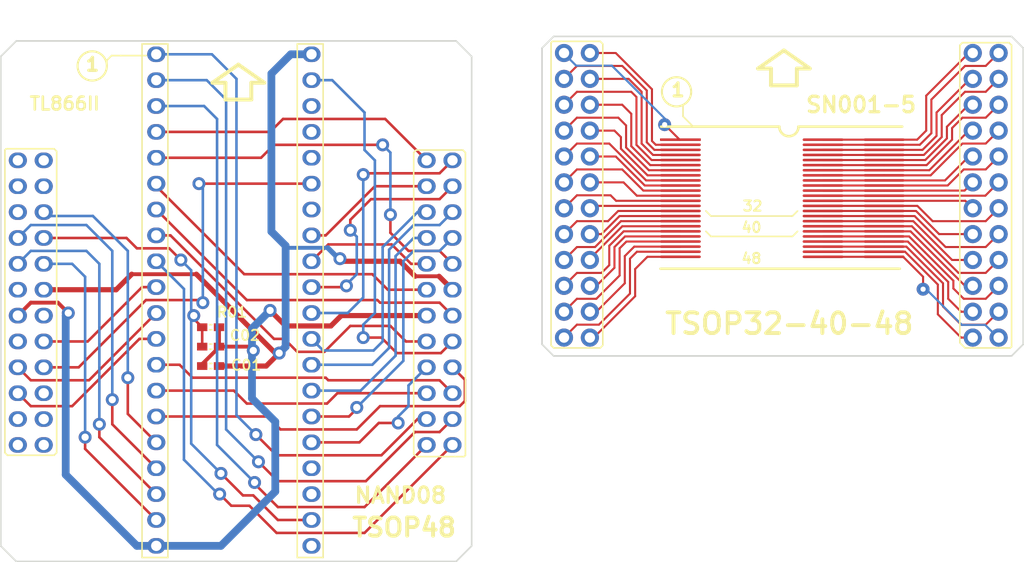
<source format=kicad_pcb>
(kicad_pcb (version 20211014) (generator pcbnew)
  (layers (0 "F.Cu" signal "Top Layer") (31 "B.Cu" signal "Bottom Layer") (34 "B.Paste" user "Bottom Paste") (35 "F.Paste" user "Top Paste") (36 "B.SilkS" user "Bottom Overlay") (37 "F.SilkS" user "Top Overlay") (38 "B.Mask" user "Bottom Solder") (39 "F.Mask" user "Top Solder") (44 "Edge.Cuts" user))
  (net 0 "")
  (net 1 "/VSS")
  (net 2 "/VCC")
  (net 3 "/RD#")
  (net 4 "/D10")
  (net 5 "/D9")
  (net 6 "/D8")
  (net 7 "/PIN48")
  (net 8 "/PIN39")
  (net 9 "/PIN38")
  (net 10 "/PIN35")
  (net 11 "/PIN34")
  (net 12 "/PIN25")
  (net 13 "/CLE")
  (net 14 "/ALE")
  (net 15 "/WP#")
  (net 16 "/E0")
  (net 17 "/E1")
  (net 18 "/E2")
  (net 19 "/RB2#")
  (net 20 "/RB1#")
  (net 21 "/CE1#")
  (net 22 "/CE2#")
  (net 26 "/E3")
  (net 27 "/E4")
  (net 28 "/E5")
  (net 29 "/E6")
  (net 30 "/E7")
  (net 31 "/G15")
  (net 32 "/G13")
  (net 33 "/G12")
  (net 34 "/G14")
  (net 36 "/WR#")
  (net 40 "/D11")
  (net 54 "/TSOP_48")
  (net 55 "/TSOP_47")
  (net 56 "/TSOP_46")
  (net 57 "/TSOP_45")
  (net 58 "/TSOP_44")
  (net 59 "/TSOP_43")
  (net 60 "/TSOP_42")
  (net 61 "/TSOP_41")
  (net 62 "/TSOP_40")
  (net 63 "/TSOP_39")
  (net 64 "/TSOP_38")
  (net 65 "/TSOP_37")
  (net 66 "/TSOP_36")
  (net 67 "/TSOP_35")
  (net 68 "/TSOP_34")
  (net 69 "/TSOP_33")
  (net 70 "/TSOP_32")
  (net 71 "/TSOP_31")
  (net 72 "/TSOP_30")
  (net 73 "/TSOP_29")
  (net 74 "/TSOP_28")
  (net 75 "/TSOP_27")
  (net 76 "/TSOP_26")
  (net 77 "/TSOP_25")
  (net 78 "/TSOP_24")
  (net 79 "/TSOP_23")
  (net 80 "/TSOP_22")
  (net 81 "/TSOP_21")
  (net 82 "/TSOP_20")
  (net 83 "/TSOP_19")
  (net 84 "/TSOP_18")
  (net 85 "/TSOP_17")
  (net 86 "/TSOP_16")
  (net 87 "/TSOP_15")
  (net 88 "/TSOP_14")
  (net 89 "/TSOP_13")
  (net 90 "/TSOP_12")
  (net 91 "/TSOP_11")
  (net 92 "/TSOP_10")
  (net 93 "/TSOP_9")
  (net 94 "/TSOP_8")
  (net 95 "/TSOP_7")
  (net 96 "/TSOP_6")
  (net 97 "/TSOP_5")
  (net 98 "/TSOP_4")
  (net 99 "/TSOP_3")
  (net 100 "/TSOP_2")
  (net 101 "/TSOP_1")
  (footprint "lib:P2" (layer "F.Cu") (at 93.1291 87.7316)
    (fp_text reference "P2" hide)
    (fp_text value "Header 12X2" hide)
  )
  (footprint "lib:U4_4_1" (layer "F.Cu") (at 146.7485 77.191593)
    (fp_text reference "U4_4_1" hide)
    (fp_text value "Comment" hide)
  )
  (footprint "lib:C01" (layer "F.Cu") (at 109.5121 102.8446)
    (fp_text reference "C01")
    (fp_text value "0.1" hide)
  )
  (footprint "lib:P1" (layer "F.Cu") (at 129.5781 67.1576)
    (fp_text reference "P1" hide)
    (fp_text value "ZIF40" hide)
  )
  (footprint "lib:R01" (layer "F.Cu") (at 109.5121 99.0346 180)
    (fp_text reference "R01")
    (fp_text value "3K9" hide)
  )
  (footprint "lib:U8_4_1" (layer "F.Cu") (at 184.3405 89.891593 180)
    (fp_text reference "U8_4_1" hide)
    (fp_text value "Comment" hide)
  )
  (footprint "lib:P3" (layer "F.Cu") (at 130.7211 105.5116 180)
    (fp_text reference "P3" hide)
    (fp_text value "Header 12X2" hide)
  )
  (footprint "lib:C02" (layer "F.Cu") (at 109.5121 100.9396 180)
    (fp_text reference "C02")
    (fp_text value "0.1" hide)
  )
  (footprint "lib:TSOP32-40-48" (layer "F.Cu") (at 155.6385 80.620593)
    (fp_text reference "TSOP32-40-48")
    (fp_text value "Comment" hide)
  )
  (gr_line (start 163.2585 73.635616) (end 164.5285 73.635616) (layer "F.SilkS") (width 0.381))
  (gr_line (start 167.0685 75.286616) (end 167.0685 73.635616) (layer "F.SilkS") (width 0.1524))
  (gr_line (start 167.0685 75.286616) (end 167.0685 73.635616) (layer "F.SilkS") (width 0.381))
  (gr_line (start 113.510009 76.6826) (end 113.510009 75.0316) (layer "F.SilkS") (width 0.1524))
  (gr_line (start 113.510009 76.6826) (end 113.510009 75.0316) (layer "F.SilkS") (width 0.381))
  (gr_line (start 109.700009 75.0316) (end 110.970009 75.0316) (layer "F.SilkS") (width 0.1524))
  (gr_line (start 100.683009 72.3646) (end 103.2011 72.3646) (layer "F.SilkS") (width 0.1524))
  (gr_line (start 164.5285 75.286616) (end 166.9415 75.286616) (layer "F.SilkS") (width 0.1524))
  (gr_line (start 109.700009 75.0316) (end 112.240009 73.2536) (layer "F.SilkS") (width 0.1524))
  (gr_line (start 167.0685 73.635616) (end 168.3385 73.635616) (layer "F.SilkS") (width 0.381))
  (gr_line (start 163.2585 73.635616) (end 165.7985 71.857616) (layer "F.SilkS") (width 0.381))
  (gr_line (start 109.700009 75.0316) (end 112.240009 73.2536) (layer "F.SilkS") (width 0.381))
  (gr_line (start 164.5285 75.286616) (end 167.0685 75.286616) (layer "F.SilkS") (width 0.381))
  (gr_circle (center 155.2575 75.921593) (end 155.2575 74.48474) (layer "F.SilkS") (width 0.2032) (fill none))
  (gr_line (start 113.510009 75.0316) (end 114.780009 75.0316) (layer "F.SilkS") (width 0.1524))
  (gr_line (start 113.383009 76.6826) (end 113.510009 76.6826) (layer "F.SilkS") (width 0.1524))
  (gr_line (start 110.970009 76.6826) (end 110.970009 75.0316) (layer "F.SilkS") (width 0.1524))
  (gr_line (start 99.794009 72.3646) (end 100.683009 72.3646) (layer "F.SilkS") (width 0.1524))
  (gr_line (start 112.240009 73.2536) (end 114.780009 75.0316) (layer "F.SilkS") (width 0.381))
  (gr_line (start 113.510009 75.0316) (end 114.780009 75.0316) (layer "F.SilkS") (width 0.381))
  (gr_line (start 99.325887 72.832773) (end 99.794009 72.3646) (layer "F.SilkS") (width 0.1524))
  (gr_circle (center 97.889024 73.3806) (end 97.889024 71.943747) (layer "F.SilkS") (width 0.2032) (fill none))
  (gr_line (start 110.970009 76.6826) (end 110.970009 75.0316) (layer "F.SilkS") (width 0.381))
  (gr_line (start 165.7985 71.857616) (end 168.3385 73.635616) (layer "F.SilkS") (width 0.381))
  (gr_line (start 110.970009 76.6826) (end 113.510009 76.6826) (layer "F.SilkS") (width 0.381))
  (gr_line (start 166.9415 75.286616) (end 167.0685 75.286616) (layer "F.SilkS") (width 0.1524))
  (gr_line (start 155.8925 78.334616) (end 155.8925 77.191616) (layer "F.SilkS") (width 0.1524))
  (gr_line (start 155.8925 78.334616) (end 156.7815 79.223616) (layer "F.SilkS") (width 0.1524))
  (gr_line (start 112.240009 73.2536) (end 114.780009 75.0316) (layer "F.SilkS") (width 0.1524))
  (gr_line (start 99.325887 73.3806) (end 99.325887 72.832773) (layer "F.SilkS") (width 0.1524))
  (gr_line (start 163.2585 73.635616) (end 165.7985 71.857616) (layer "F.SilkS") (width 0.1524))
  (gr_line (start 164.5285 75.286616) (end 164.5285 73.635616) (layer "F.SilkS") (width 0.381))
  (gr_line (start 110.970009 76.6826) (end 113.383009 76.6826) (layer "F.SilkS") (width 0.1524))
  (gr_line (start 167.0685 73.635616) (end 168.3385 73.635616) (layer "F.SilkS") (width 0.1524))
  (gr_line (start 164.5285 75.286616) (end 164.5285 73.635616) (layer "F.SilkS") (width 0.1524))
  (gr_line (start 163.2585 73.635616) (end 164.5285 73.635616) (layer "F.SilkS") (width 0.1524))
  (gr_line (start 165.7985 71.857616) (end 168.3385 73.635616) (layer "F.SilkS") (width 0.1524))
  (gr_line (start 109.700009 75.0316) (end 110.970009 75.0316) (layer "F.SilkS") (width 0.381))
  (gr_line (start 88.9127 120.507709) (end 90.4367 122.031709) (layer "Edge.Cuts") (width 0.1524))
  (gr_line (start 90.4367 70.926909) (end 133.6167 70.926909) (layer "Edge.Cuts") (width 0.1524))
  (gr_line (start 188.1505 70.485) (end 189.2935 71.628) (layer "Edge.Cuts") (width 0.1524))
  (gr_line (start 135.1407 120.507709) (end 135.1407 72.450909) (layer "Edge.Cuts") (width 0.1524))
  (gr_line (start 142.0495 100.711) (end 142.0495 71.628) (layer "Edge.Cuts") (width 0.1524))
  (gr_line (start 189.2935 100.711) (end 189.2935 71.628) (layer "Edge.Cuts") (width 0.1524))
  (gr_line (start 88.9127 72.450909) (end 90.4367 70.926909) (layer "Edge.Cuts") (width 0.1524))
  (gr_line (start 90.4367 122.031709) (end 133.6167 122.031709) (layer "Edge.Cuts") (width 0.1524))
  (gr_line (start 142.0495 100.711) (end 143.1925 101.854) (layer "Edge.Cuts") (width 0.1524))
  (gr_line (start 143.1925 70.485) (end 188.1505 70.485) (layer "Edge.Cuts") (width 0.1524))
  (gr_line (start 188.1505 101.854) (end 189.2935 100.711) (layer "Edge.Cuts") (width 0.1524))
  (gr_line (start 142.0495 71.628) (end 143.1925 70.485) (layer "Edge.Cuts") (width 0.1524))
  (gr_line (start 143.1925 101.854) (end 188.1505 101.854) (layer "Edge.Cuts") (width 0.1524))
  (gr_line (start 133.6167 122.031709) (end 135.1407 120.507709) (layer "Edge.Cuts") (width 0.1524))
  (gr_line (start 133.6167 70.926909) (end 135.1407 72.450909) (layer "Edge.Cuts") (width 0.1524))
  (gr_line (start 88.9127 120.507709) (end 88.9127 72.450909) (layer "Edge.Cuts") (width 0.1524))
  (gr_text "1" (at 97.1011 73.9836) (layer "F.SilkS") (effects (font (size 1.27 1.27) (thickness 0.381)) (justify left bottom)))
  (gr_text "SN001-5" (at 167.8051 78.0796) (layer "F.SilkS") (effects (font (size 1.524 1.524) (thickness 0.3048)) (justify left bottom)))
  (gr_text "NAND08" (at 123.4821 116.4336) (layer "F.SilkS") (effects (font (size 1.524 1.524) (thickness 0.3048)) (justify left bottom)))
  (gr_text "TSOP48" (at 123.2281 119.7356) (layer "F.SilkS") (effects (font (size 1.778 1.778) (thickness 0.381)) (justify left bottom)))
  (gr_text "TL866II" (at 91.6051 77.8256) (layer "F.SilkS") (effects (font (size 1.27 1.27) (thickness 0.254)) (justify left bottom)))
  (gr_text "1" (at 154.5811 76.4936) (layer "F.SilkS") (effects (font (size 1.27 1.27) (thickness 0.381)) (justify left bottom)))
  (segment (start 108.6866 102.6541) (end 110.3376 101.0031) (width 0.381) (layer "F.Cu") (net 1))
  (segment (start 113.3221 100.9396) (end 113.7031 101.3206) (width 0.381) (layer "F.Cu") (net 1))
  (segment (start 116.8781 98.9076) (end 121.3231 98.9076) (width 0.508) (layer "F.Cu") (net 1))
  (segment (start 110.3376 101.0031) (end 110.3376 100.9396) (width 0.381) (layer "F.Cu") (net 1))
  (segment (start 91.8591 96.6216) (end 94.5261 96.6216) (width 0.381) (layer "F.Cu") (net 1))
  (segment (start 110.3376 100.9396) (end 110.3376 99.0346) (width 0.381) (layer "F.Cu") (net 1))
  (segment (start 94.5261 96.6216) (end 95.5421 97.6376) (width 0.381) (layer "F.Cu") (net 1))
  (segment (start 115.3541 97.3836) (end 116.8781 98.9076) (width 0.508) (layer "F.Cu") (net 1))
  (segment (start 121.3231 98.9076) (end 122.3391 97.8916) (width 0.508) (layer "F.Cu") (net 1))
  (segment (start 110.3376 100.9396) (end 113.3221 100.9396) (width 0.381) (layer "F.Cu") (net 1))
  (segment (start 122.3391 97.8916) (end 130.7211 97.8916) (width 0.508) (layer "F.Cu") (net 1))
  (segment (start 108.6866 102.8446) (end 108.6866 102.6541) (width 0.381) (layer "F.Cu") (net 1))
  (segment (start 90.5891 97.8916) (end 91.8591 96.6216) (width 0.381) (layer "F.Cu") (net 1))
  (via (at 113.7031 101.3206) (size 1.27) (drill 0.7112) (layers "F.Cu" "B.Cu") (net 1))
  (via (at 115.3541 97.3836) (size 1.27) (drill 0.7112) (layers "F.Cu" "B.Cu") (net 1))
  (via (at 95.5421 97.6376) (size 1.27) (drill 0.7112) (layers "F.Cu" "B.Cu") (net 1))
  (segment (start 110.5281 120.4976) (end 115.8621 115.1636) (width 0.762) (layer "B.Cu") (net 1))
  (segment (start 95.2881 113.5126) (end 95.2881 97.8916) (width 0.762) (layer "B.Cu") (net 1))
  (segment (start 113.5761 106.0196) (end 115.8621 108.3056) (width 0.762) (layer "B.Cu") (net 1))
  (segment (start 115.8621 115.1636) (end 115.8621 108.3056) (width 0.762) (layer "B.Cu") (net 1))
  (segment (start 113.5761 106.0196) (end 113.5761 101.4476) (width 0.762) (layer "B.Cu") (net 1))
  (segment (start 102.2731 120.4976) (end 104.178125 120.4976) (width 0.762) (layer "B.Cu") (net 1))
  (segment (start 104.178125 120.4976) (end 110.5281 120.4976) (width 0.762) (layer "B.Cu") (net 1))
  (segment (start 95.2881 113.5126) (end 102.2731 120.4976) (width 0.762) (layer "B.Cu") (net 1))
  (segment (start 113.5761 101.4476) (end 113.7031 101.3206) (width 0.762) (layer "B.Cu") (net 1))
  (segment (start 113.5761 99.1616) (end 115.3541 97.3836) (width 0.762) (layer "B.Cu") (net 1))
  (segment (start 113.5761 101.3206) (end 113.5761 99.1616) (width 0.762) (layer "B.Cu") (net 1))
  (segment (start 95.2881 97.8916) (end 95.5421 97.6376) (width 0.762) (layer "B.Cu") (net 1))
  (segment (start 114.9731 102.8446) (end 116.2431 101.5746) (width 0.508) (layer "F.Cu") (net 2))
  (segment (start 110.3376 102.8446) (end 114.9731 102.8446) (width 0.508) (layer "F.Cu") (net 2))
  (segment (start 101.7651 93.8276) (end 108.1151 93.8276) (width 0.381) (layer "F.Cu") (net 2))
  (segment (start 93.1291 95.3516) (end 100.2411 95.3516) (width 0.508) (layer "F.Cu") (net 2))
  (segment (start 108.1151 93.8276) (end 115.8621 101.5746) (width 0.508) (layer "F.Cu") (net 2))
  (segment (start 129.590117 94.0308) (end 131.9403 94.0308) (width 0.381) (layer "F.Cu") (net 2))
  (segment (start 122.4661 92.5576) (end 128.116917 92.5576) (width 0.508) (layer "F.Cu") (net 2))
  (segment (start 131.9403 94.0308) (end 133.2611 95.3516) (width 0.508) (layer "F.Cu") (net 2))
  (segment (start 100.2411 95.3516) (end 101.7651 93.8276) (width 0.508) (layer "F.Cu") (net 2))
  (segment (start 115.8621 101.5746) (end 116.2431 101.5746) (width 0.508) (layer "F.Cu") (net 2))
  (segment (start 122.2121 92.3036) (end 122.4661 92.5576) (width 0.508) (layer "F.Cu") (net 2))
  (segment (start 128.116917 92.5576) (end 129.590117 94.0308) (width 0.508) (layer "F.Cu") (net 2))
  (via (at 116.2431 101.5746) (size 1.27) (drill 0.7112) (layers "F.Cu" "B.Cu") (net 2))
  (via (at 122.2121 92.3036) (size 1.27) (drill 0.7112) (layers "F.Cu" "B.Cu") (net 2))
  (segment (start 121.0183 91.2368) (end 122.0851 92.3036) (width 0.508) (layer "B.Cu") (net 2))
  (segment (start 117.0813 91.2368) (end 121.0183 91.2368) (width 0.381) (layer "B.Cu") (net 2))
  (segment (start 116.8781 91.0336) (end 117.0813 91.2368) (width 0.508) (layer "B.Cu") (net 2))
  (segment (start 115.4811 89.6366) (end 115.4811 74.1426) (width 0.762) (layer "B.Cu") (net 2))
  (segment (start 117.3861 72.2376) (end 119.418125 72.2376) (width 0.762) (layer "B.Cu") (net 2))
  (segment (start 116.8781 100.9396) (end 116.8781 91.0336) (width 0.762) (layer "B.Cu") (net 2))
  (segment (start 122.0851 92.3036) (end 122.2121 92.3036) (width 0.508) (layer "B.Cu") (net 2))
  (segment (start 115.4811 74.1426) (end 117.3861 72.2376) (width 0.762) (layer "B.Cu") (net 2))
  (segment (start 116.2431 101.5746) (end 116.8781 100.9396) (width 0.762) (layer "B.Cu") (net 2))
  (segment (start 115.4811 89.6366) (end 116.8781 91.0336) (width 0.762) (layer "B.Cu") (net 2))
  (segment (start 107.7341 98.0821) (end 108.6866 99.0346) (width 0.254) (layer "F.Cu") (net 3))
  (segment (start 107.7341 98.0821) (end 107.7341 98.0186) (width 0.254) (layer "F.Cu") (net 3))
  (segment (start 116.1161 117.9576) (end 119.418125 117.9576) (width 0.254) (layer "F.Cu") (net 3))
  (segment (start 112.6871 115.5446) (end 113.7031 115.5446) (width 0.254) (layer "F.Cu") (net 3))
  (segment (start 102.2731 91.2876) (end 105.4481 91.2876) (width 0.254) (layer "F.Cu") (net 3))
  (segment (start 108.6866 100.9396) (end 108.6866 99.0346) (width 0.254) (layer "F.Cu") (net 3))
  (segment (start 110.5281 113.3856) (end 112.6871 115.5446) (width 0.254) (layer "F.Cu") (net 3))
  (segment (start 107.7341 98.0186) (end 107.8611 97.8916) (width 0.254) (layer "F.Cu") (net 3))
  (segment (start 101.2571 90.2716) (end 102.2731 91.2876) (width 0.254) (layer "F.Cu") (net 3))
  (segment (start 113.7031 115.5446) (end 116.1161 117.9576) (width 0.254) (layer "F.Cu") (net 3))
  (segment (start 105.4481 91.2876) (end 106.5911 92.4306) (width 0.254) (layer "F.Cu") (net 3))
  (segment (start 93.1291 90.2716) (end 101.2571 90.2716) (width 0.254) (layer "F.Cu") (net 3))
  (via (at 107.8611 97.8916) (size 1.27) (drill 0.7112) (layers "F.Cu" "B.Cu") (net 3))
  (via (at 106.5911 92.4306) (size 1.27) (drill 0.7112) (layers "F.Cu" "B.Cu") (net 3))
  (via (at 110.5281 113.3856) (size 1.27) (drill 0.7112) (layers "F.Cu" "B.Cu") (net 3))
  (segment (start 107.6071 98.1456) (end 107.8611 97.8916) (width 0.254) (layer "B.Cu") (net 3))
  (segment (start 106.5911 92.4306) (end 107.6071 93.4466) (width 0.254) (layer "B.Cu") (net 3))
  (segment (start 107.6071 110.4646) (end 110.5281 113.3856) (width 0.254) (layer "B.Cu") (net 3))
  (segment (start 107.6071 110.4646) (end 107.6071 93.4466) (width 0.254) (layer "B.Cu") (net 3))
  (segment (start 113.9571 109.5756) (end 115.9891 111.6076) (width 0.254) (layer "F.Cu") (net 4))
  (segment (start 129.8321 108.0516) (end 130.7211 108.0516) (width 0.254) (layer "F.Cu") (net 4))
  (segment (start 126.2761 111.6076) (end 129.8321 108.0516) (width 0.254) (layer "F.Cu") (net 4))
  (segment (start 115.9891 111.6076) (end 126.2761 111.6076) (width 0.254) (layer "F.Cu") (net 4))
  (via (at 113.9571 109.5756) (size 1.27) (drill 0.7112) (layers "F.Cu" "B.Cu") (net 4))
  (segment (start 109.6391 72.2376) (end 112.0521 74.6506) (width 0.254) (layer "B.Cu") (net 4))
  (segment (start 104.178125 72.2376) (end 109.6391 72.2376) (width 0.254) (layer "B.Cu") (net 4))
  (segment (start 112.0521 107.6706) (end 113.9571 109.5756) (width 0.254) (layer "B.Cu") (net 4))
  (segment (start 112.0521 107.6706) (end 112.0521 74.6506) (width 0.254) (layer "B.Cu") (net 4))
  (segment (start 129.5781 109.3216) (end 131.9911 109.3216) (width 0.254) (layer "F.Cu") (net 5))
  (segment (start 124.7521 114.1476) (end 129.5781 109.3216) (width 0.254) (layer "F.Cu") (net 5))
  (segment (start 114.2111 112.2426) (end 116.1161 114.1476) (width 0.254) (layer "F.Cu") (net 5))
  (segment (start 131.9911 109.3216) (end 133.2611 108.0516) (width 0.254) (layer "F.Cu") (net 5))
  (segment (start 116.1161 114.1476) (end 124.7521 114.1476) (width 0.254) (layer "F.Cu") (net 5))
  (via (at 114.2111 112.2426) (size 1.27) (drill 0.7112) (layers "F.Cu" "B.Cu") (net 5))
  (segment (start 111.0361 109.0676) (end 114.2111 112.2426) (width 0.254) (layer "B.Cu") (net 5))
  (segment (start 111.0361 109.0676) (end 111.0361 76.6826) (width 0.254) (layer "B.Cu") (net 5))
  (segment (start 104.178125 74.7776) (end 109.1311 74.7776) (width 0.254) (layer "B.Cu") (net 5))
  (segment (start 109.1311 74.7776) (end 111.0361 76.6826) (width 0.254) (layer "B.Cu") (net 5))
  (segment (start 116.1161 116.6876) (end 124.6251 116.6876) (width 0.254) (layer "F.Cu") (net 6))
  (segment (start 113.8301 114.4016) (end 116.1161 116.6876) (width 0.254) (layer "F.Cu") (net 6))
  (segment (start 124.6251 116.6876) (end 130.7211 110.5916) (width 0.254) (layer "F.Cu") (net 6))
  (segment (start 113.8301 114.4016) (end 113.8301 114.2746) (width 0.254) (layer "F.Cu") (net 6))
  (via (at 113.8301 114.2746) (size 1.27) (drill 0.7112) (layers "F.Cu" "B.Cu") (net 6))
  (segment (start 110.1471 110.5916) (end 110.1471 78.5876) (width 0.254) (layer "B.Cu") (net 6))
  (segment (start 104.178125 77.3176) (end 108.8771 77.3176) (width 0.254) (layer "B.Cu") (net 6))
  (segment (start 108.8771 77.3176) (end 110.1471 78.5876) (width 0.254) (layer "B.Cu") (net 6))
  (segment (start 110.1471 110.5916) (end 113.8301 114.2746) (width 0.254) (layer "B.Cu") (net 6))
  (segment (start 116.6241 78.5876) (end 126.6571 78.5876) (width 0.254) (layer "F.Cu") (net 7))
  (segment (start 126.6571 78.5876) (end 130.7211 82.6516) (width 0.254) (layer "F.Cu") (net 7))
  (segment (start 104.178125 79.8576) (end 115.3541 79.8576) (width 0.254) (layer "F.Cu") (net 7))
  (segment (start 115.3541 79.8576) (end 116.6241 78.5876) (width 0.254) (layer "F.Cu") (net 7))
  (segment (start 127.1651 89.7636) (end 128.9431 91.5416) (width 0.254) (layer "F.Cu") (net 8))
  (segment (start 127.1651 89.7636) (end 127.1651 87.9856) (width 0.254) (layer "F.Cu") (net 8))
  (segment (start 115.7351 81.1276) (end 126.4031 81.1276) (width 0.254) (layer "F.Cu") (net 8))
  (segment (start 114.4651 82.3976) (end 115.7351 81.1276) (width 0.254) (layer "F.Cu") (net 8))
  (segment (start 104.178125 82.3976) (end 114.4651 82.3976) (width 0.254) (layer "F.Cu") (net 8))
  (segment (start 128.9431 91.5416) (end 131.9911 91.5416) (width 0.254) (layer "F.Cu") (net 8))
  (segment (start 131.9911 91.5416) (end 133.2611 92.8116) (width 0.254) (layer "F.Cu") (net 8))
  (via (at 126.4031 81.1276) (size 1.27) (drill 0.7112) (layers "F.Cu" "B.Cu") (net 8))
  (via (at 127.1651 87.9856) (size 1.27) (drill 0.7112) (layers "F.Cu" "B.Cu") (net 8))
  (segment (start 127.1651 87.9856) (end 127.1651 81.8896) (width 0.254) (layer "B.Cu") (net 8))
  (segment (start 126.4031 81.1276) (end 127.1651 81.8896) (width 0.254) (layer "B.Cu") (net 8))
  (segment (start 104.178125 85.191625) (end 112.8141 93.8276) (width 0.254) (layer "F.Cu") (net 9))
  (segment (start 104.178125 85.191625) (end 104.178125 84.9376) (width 0.254) (layer "F.Cu") (net 9))
  (segment (start 125.3871 93.8276) (end 126.9111 95.3516) (width 0.254) (layer "F.Cu") (net 9))
  (segment (start 126.9111 95.3516) (end 130.7211 95.3516) (width 0.254) (layer "F.Cu") (net 9))
  (segment (start 112.8141 93.8276) (end 125.3871 93.8276) (width 0.254) (layer "F.Cu") (net 9))
  (segment (start 104.178125 87.4776) (end 113.068125 96.3676) (width 0.254) (layer "F.Cu") (net 10))
  (segment (start 125.8951 96.3676) (end 126.1491 96.6216) (width 0.254) (layer "F.Cu") (net 10))
  (segment (start 113.068125 96.3676) (end 125.8951 96.3676) (width 0.254) (layer "F.Cu") (net 10))
  (segment (start 131.9911 96.6216) (end 133.2611 97.8916) (width 0.254) (layer "F.Cu") (net 10))
  (segment (start 126.1491 96.6216) (end 131.9911 96.6216) (width 0.254) (layer "F.Cu") (net 10))
  (segment (start 123.2281 98.9076) (end 127.1651 98.9076) (width 0.254) (layer "F.Cu") (net 11))
  (segment (start 116.7511 100.1776) (end 118.0211 101.4476) (width 0.254) (layer "F.Cu") (net 11))
  (segment (start 105.5751 90.0176) (end 115.7351 100.1776) (width 0.254) (layer "F.Cu") (net 11))
  (segment (start 120.6881 101.4476) (end 123.2281 98.9076) (width 0.254) (layer "F.Cu") (net 11))
  (segment (start 127.1651 98.9076) (end 128.6891 100.4316) (width 0.254) (layer "F.Cu") (net 11))
  (segment (start 115.7351 100.1776) (end 116.7511 100.1776) (width 0.254) (layer "F.Cu") (net 11))
  (segment (start 104.178125 90.0176) (end 105.5751 90.0176) (width 0.254) (layer "F.Cu") (net 11))
  (segment (start 118.0211 101.4476) (end 120.6881 101.4476) (width 0.254) (layer "F.Cu") (net 11))
  (segment (start 128.6891 100.4316) (end 130.7211 100.4316) (width 0.254) (layer "F.Cu") (net 11))
  (segment (start 115.9891 119.2276) (end 124.6251 119.2276) (width 0.254) (layer "F.Cu") (net 12))
  (segment (start 124.6251 119.2276) (end 133.2611 110.5916) (width 0.254) (layer "F.Cu") (net 12))
  (segment (start 111.5441 116.5606) (end 113.3221 116.5606) (width 0.254) (layer "F.Cu") (net 12))
  (segment (start 110.4011 115.4176) (end 111.5441 116.5606) (width 0.254) (layer "F.Cu") (net 12))
  (segment (start 113.3221 116.5606) (end 115.9891 119.2276) (width 0.254) (layer "F.Cu") (net 12))
  (via (at 110.4011 115.4176) (size 1.27) (drill 0.7112) (layers "F.Cu" "B.Cu") (net 12))
  (segment (start 106.8959 112.0394) (end 106.8959 95.275375) (width 0.254) (layer "B.Cu") (net 12))
  (segment (start 104.178125 92.5576) (end 106.8959 95.275375) (width 0.254) (layer "B.Cu") (net 12))
  (segment (start 110.2741 115.4176) (end 110.4011 115.4176) (width 0.254) (layer "B.Cu") (net 12))
  (segment (start 106.8959 112.0394) (end 110.2741 115.4176) (width 0.254) (layer "B.Cu") (net 12))
  (segment (start 93.1291 100.4316) (end 97.447113 100.4316) (width 0.254) (layer "F.Cu") (net 13))
  (segment (start 97.447113 100.4316) (end 102.781113 95.0976) (width 0.254) (layer "F.Cu") (net 13))
  (segment (start 102.781113 95.0976) (end 104.178125 95.0976) (width 0.254) (layer "F.Cu") (net 13))
  (segment (start 90.5891 102.9716) (end 91.8591 104.2416) (width 0.254) (layer "F.Cu") (net 14))
  (segment (start 104.1781 97.6376) (end 104.178125 97.6376) (width 0.254) (layer "F.Cu") (net 14))
  (segment (start 97.5741 104.2416) (end 104.1781 97.6376) (width 0.254) (layer "F.Cu") (net 14))
  (segment (start 91.8591 104.2416) (end 97.5741 104.2416) (width 0.254) (layer "F.Cu") (net 14))
  (segment (start 90.5891 105.5116) (end 91.8591 106.7816) (width 0.254) (layer "F.Cu") (net 15))
  (segment (start 102.5271 100.1776) (end 104.178125 100.1776) (width 0.254) (layer "F.Cu") (net 15))
  (segment (start 91.8591 106.7816) (end 95.9231 106.7816) (width 0.254) (layer "F.Cu") (net 15))
  (segment (start 95.9231 106.7816) (end 102.5271 100.1776) (width 0.254) (layer "F.Cu") (net 15))
  (segment (start 120.8151 103.9876) (end 121.0691 104.2416) (width 0.254) (layer "F.Cu") (net 16))
  (segment (start 107.7341 103.9876) (end 120.8151 103.9876) (width 0.254) (layer "F.Cu") (net 16))
  (segment (start 121.0691 104.2416) (end 131.9911 104.2416) (width 0.254) (layer "F.Cu") (net 16))
  (segment (start 106.4641 102.7176) (end 107.7341 103.9876) (width 0.254) (layer "F.Cu") (net 16))
  (segment (start 131.9911 104.2416) (end 133.2611 105.5116) (width 0.254) (layer "F.Cu") (net 16))
  (segment (start 104.178125 102.7176) (end 106.4641 102.7176) (width 0.254) (layer "F.Cu") (net 16))
  (segment (start 121.9581 105.5116) (end 130.7211 105.5116) (width 0.254) (layer "F.Cu") (net 17))
  (segment (start 104.178125 105.2576) (end 111.7981 105.2576) (width 0.254) (layer "F.Cu") (net 17))
  (segment (start 113.0681 106.5276) (end 120.9421 106.5276) (width 0.254) (layer "F.Cu") (net 17))
  (segment (start 120.9421 106.5276) (end 121.9581 105.5116) (width 0.254) (layer "F.Cu") (net 17))
  (segment (start 111.7981 105.2576) (end 113.0681 106.5276) (width 0.254) (layer "F.Cu") (net 17))
  (segment (start 126.1491 106.7816) (end 133.9723 106.7816) (width 0.254) (layer "F.Cu") (net 18))
  (segment (start 123.8631 109.0676) (end 126.1491 106.7816) (width 0.254) (layer "F.Cu") (net 18))
  (segment (start 104.178125 107.7976) (end 115.1001 107.7976) (width 0.254) (layer "F.Cu") (net 18))
  (segment (start 133.2611 102.9716) (end 134.4803 104.1908) (width 0.254) (layer "F.Cu") (net 18))
  (segment (start 115.1001 107.7976) (end 116.3701 109.0676) (width 0.254) (layer "F.Cu") (net 18))
  (segment (start 134.4803 106.2736) (end 134.4803 104.1908) (width 0.254) (layer "F.Cu") (net 18))
  (segment (start 133.9723 106.7816) (end 134.4803 106.2736) (width 0.254) (layer "F.Cu") (net 18))
  (segment (start 116.3701 109.0676) (end 123.8631 109.0676) (width 0.254) (layer "F.Cu") (net 18))
  (segment (start 101.3841 107.543575) (end 101.3841 103.9876) (width 0.254) (layer "F.Cu") (net 19))
  (segment (start 101.3841 107.543575) (end 104.178125 110.3376) (width 0.254) (layer "F.Cu") (net 19))
  (via (at 101.3841 103.9876) (size 1.27) (drill 0.7112) (layers "F.Cu" "B.Cu") (net 19))
  (segment (start 101.3841 103.9876) (end 101.3841 91.5416) (width 0.254) (layer "B.Cu") (net 19))
  (segment (start 93.5101 88.1126) (end 97.9551 88.1126) (width 0.254) (layer "B.Cu") (net 19))
  (segment (start 93.1291 87.7316) (end 93.5101 88.1126) (width 0.254) (layer "B.Cu") (net 19))
  (segment (start 97.9551 88.1126) (end 101.3841 91.5416) (width 0.254) (layer "B.Cu") (net 19))
  (segment (start 99.8601 108.559575) (end 99.8601 106.1466) (width 0.254) (layer "F.Cu") (net 20))
  (segment (start 99.8601 108.559575) (end 104.178125 112.8776) (width 0.254) (layer "F.Cu") (net 20))
  (via (at 99.8601 106.1466) (size 1.27) (drill 0.7112) (layers "F.Cu" "B.Cu") (net 20))
  (segment (start 90.5891 90.2716) (end 91.8591 89.0016) (width 0.254) (layer "B.Cu") (net 20))
  (segment (start 97.3201 89.0016) (end 99.8601 91.5416) (width 0.254) (layer "B.Cu") (net 20))
  (segment (start 99.8601 106.1466) (end 99.8601 91.5416) (width 0.254) (layer "B.Cu") (net 20))
  (segment (start 91.8591 89.0016) (end 97.3201 89.0016) (width 0.254) (layer "B.Cu") (net 20))
  (segment (start 98.5901 109.829575) (end 98.5901 108.5596) (width 0.254) (layer "F.Cu") (net 21))
  (segment (start 98.5901 109.829575) (end 104.178125 115.4176) (width 0.254) (layer "F.Cu") (net 21))
  (via (at 98.5901 108.5596) (size 1.27) (drill 0.7112) (layers "F.Cu" "B.Cu") (net 21))
  (segment (start 91.8591 91.5416) (end 97.3201 91.5416) (width 0.254) (layer "B.Cu") (net 21))
  (segment (start 98.5901 108.5596) (end 98.5901 92.8116) (width 0.254) (layer "B.Cu") (net 21))
  (segment (start 90.5891 92.8116) (end 91.8591 91.5416) (width 0.254) (layer "B.Cu") (net 21))
  (segment (start 97.3201 91.5416) (end 98.5901 92.8116) (width 0.254) (layer "B.Cu") (net 21))
  (segment (start 97.1931 110.972575) (end 104.178125 117.9576) (width 0.254) (layer "F.Cu") (net 22))
  (segment (start 97.1931 110.972575) (end 97.1931 109.8296) (width 0.254) (layer "F.Cu") (net 22))
  (via (at 97.1931 109.8296) (size 1.27) (drill 0.7112) (layers "F.Cu" "B.Cu") (net 22))
  (segment (start 93.1291 92.8116) (end 95.9231 92.8116) (width 0.254) (layer "B.Cu") (net 22))
  (segment (start 95.9231 92.8116) (end 97.1931 94.0816) (width 0.254) (layer "B.Cu") (net 22))
  (segment (start 97.1931 109.8296) (end 97.1931 94.0816) (width 0.254) (layer "B.Cu") (net 22))
  (segment (start 119.418125 110.3376) (end 124.1171 110.3376) (width 0.254) (layer "F.Cu") (net 26))
  (segment (start 124.1171 110.3376) (end 126.0221 108.4326) (width 0.254) (layer "F.Cu") (net 26))
  (segment (start 126.0221 108.4326) (end 127.9271 108.4326) (width 0.254) (layer "F.Cu") (net 26))
  (via (at 127.9271 108.4326) (size 1.27) (drill 0.7112) (layers "F.Cu" "B.Cu") (net 26))
  (segment (start 128.9431 106.7816) (end 128.9431 104.7496) (width 0.254) (layer "B.Cu") (net 26))
  (segment (start 128.9431 104.7496) (end 130.7211 102.9716) (width 0.254) (layer "B.Cu") (net 26))
  (segment (start 127.9271 107.7976) (end 128.9431 106.7816) (width 0.254) (layer "B.Cu") (net 26))
  (segment (start 127.9271 108.4326) (end 127.9271 107.7976) (width 0.254) (layer "B.Cu") (net 26))
  (segment (start 123.8631 107.0356) (end 123.8631 106.9086) (width 0.254) (layer "F.Cu") (net 27))
  (segment (start 123.1011 107.7976) (end 123.8631 107.0356) (width 0.254) (layer "F.Cu") (net 27))
  (segment (start 119.418125 107.7976) (end 123.1011 107.7976) (width 0.254) (layer "F.Cu") (net 27))
  (via (at 123.8631 106.9086) (size 1.27) (drill 0.7112) (layers "F.Cu" "B.Cu") (net 27))
  (segment (start 123.8631 106.9086) (end 128.4351 102.3366) (width 0.254) (layer "B.Cu") (net 27))
  (segment (start 128.4351 92.5576) (end 129.4511 91.5416) (width 0.254) (layer "B.Cu") (net 27))
  (segment (start 131.9911 91.5416) (end 133.2611 90.2716) (width 0.254) (layer "B.Cu") (net 27))
  (segment (start 129.4511 91.5416) (end 131.9911 91.5416) (width 0.254) (layer "B.Cu") (net 27))
  (segment (start 128.4351 102.3366) (end 128.4351 92.5576) (width 0.254) (layer "B.Cu") (net 27))
  (segment (start 124.2441 105.2576) (end 127.6731 101.8286) (width 0.254) (layer "B.Cu") (net 28))
  (segment (start 127.6731 92.0496) (end 129.4511 90.2716) (width 0.254) (layer "B.Cu") (net 28))
  (segment (start 127.6731 101.8286) (end 127.6731 92.0496) (width 0.254) (layer "B.Cu") (net 28))
  (segment (start 119.418125 105.2576) (end 124.2441 105.2576) (width 0.254) (layer "B.Cu") (net 28))
  (segment (start 129.4511 90.2716) (end 130.7211 90.2716) (width 0.254) (layer "B.Cu") (net 28))
  (segment (start 127.0381 101.0666) (end 127.0381 91.4146) (width 0.254) (layer "B.Cu") (net 29))
  (segment (start 131.9911 89.0016) (end 133.2611 87.7316) (width 0.254) (layer "B.Cu") (net 29))
  (segment (start 125.3871 102.7176) (end 127.0381 101.0666) (width 0.254) (layer "B.Cu") (net 29))
  (segment (start 129.4511 89.0016) (end 131.9911 89.0016) (width 0.254) (layer "B.Cu") (net 29))
  (segment (start 119.418125 102.7176) (end 125.3871 102.7176) (width 0.254) (layer "B.Cu") (net 29))
  (segment (start 127.0381 91.4146) (end 129.4511 89.0016) (width 0.254) (layer "B.Cu") (net 29))
  (segment (start 126.4031 100.4316) (end 126.4031 91.1606) (width 0.254) (layer "B.Cu") (net 30))
  (segment (start 126.4031 91.1606) (end 129.8321 87.7316) (width 0.254) (layer "B.Cu") (net 30))
  (segment (start 119.418125 100.1776) (end 120.561125 101.3206) (width 0.254) (layer "B.Cu") (net 30))
  (segment (start 129.8321 87.7316) (end 130.7211 87.7316) (width 0.254) (layer "B.Cu") (net 30))
  (segment (start 125.5141 101.3206) (end 126.4031 100.4316) (width 0.254) (layer "B.Cu") (net 30))
  (segment (start 120.561125 101.3206) (end 125.5141 101.3206) (width 0.254) (layer "B.Cu") (net 30))
  (segment (start 124.6251 83.9216) (end 131.9911 83.9216) (width 0.254) (layer "F.Cu") (net 31))
  (segment (start 124.4981 84.0486) (end 124.6251 83.9216) (width 0.254) (layer "F.Cu") (net 31))
  (segment (start 131.9911 83.9216) (end 133.2611 82.6516) (width 0.254) (layer "F.Cu") (net 31))
  (via (at 124.4981 84.0486) (size 1.27) (drill 0.7112) (layers "F.Cu" "B.Cu") (net 31))
  (segment (start 119.418125 97.6376) (end 122.9741 97.6376) (width 0.254) (layer "B.Cu") (net 31))
  (segment (start 122.9741 97.6376) (end 124.4981 96.1136) (width 0.254) (layer "B.Cu") (net 31))
  (segment (start 124.4981 96.1136) (end 124.4981 84.0486) (width 0.254) (layer "B.Cu") (net 31))
  (segment (start 123.2281 88.4936) (end 125.2601 86.4616) (width 0.254) (layer "F.Cu") (net 32))
  (segment (start 119.418125 95.0976) (end 122.9741 95.0976) (width 0.254) (layer "F.Cu") (net 32))
  (segment (start 122.8471 94.9706) (end 122.9741 95.0976) (width 0.254) (layer "F.Cu") (net 32))
  (segment (start 125.2601 86.4616) (end 131.9911 86.4616) (width 0.254) (layer "F.Cu") (net 32))
  (segment (start 123.2281 89.5096) (end 123.2281 88.4936) (width 0.254) (layer "F.Cu") (net 32))
  (segment (start 131.9911 86.4616) (end 133.2611 85.1916) (width 0.254) (layer "F.Cu") (net 32))
  (via (at 123.2281 89.5096) (size 1.27) (drill 0.7112) (layers "F.Cu" "B.Cu") (net 32))
  (via (at 122.8471 94.9706) (size 1.27) (drill 0.7112) (layers "F.Cu" "B.Cu") (net 32))
  (segment (start 122.8471 94.8436) (end 123.8631 93.8276) (width 0.254) (layer "B.Cu") (net 32))
  (segment (start 123.8631 93.8276) (end 123.8631 90.1446) (width 0.254) (layer "B.Cu") (net 32))
  (segment (start 123.2281 89.5096) (end 123.8631 90.1446) (width 0.254) (layer "B.Cu") (net 32))
  (segment (start 122.8471 94.9706) (end 122.8471 94.8436) (width 0.254) (layer "B.Cu") (net 32))
  (segment (start 127.2921 90.9066) (end 129.1971 92.8116) (width 0.254) (layer "F.Cu") (net 33))
  (segment (start 119.418125 92.5576) (end 121.069125 90.9066) (width 0.254) (layer "F.Cu") (net 33))
  (segment (start 129.1971 92.8116) (end 130.7211 92.8116) (width 0.254) (layer "F.Cu") (net 33))
  (segment (start 121.069125 90.9066) (end 127.2921 90.9066) (width 0.254) (layer "F.Cu") (net 33))
  (segment (start 125.6411 85.1916) (end 130.7211 85.1916) (width 0.254) (layer "F.Cu") (net 34))
  (segment (start 119.418125 90.0176) (end 120.8151 90.0176) (width 0.254) (layer "F.Cu") (net 34))
  (segment (start 120.8151 90.0176) (end 125.6411 85.1916) (width 0.254) (layer "F.Cu") (net 34))
  (segment (start 93.1291 102.9716) (end 96.5581 102.9716) (width 0.254) (layer "F.Cu") (net 36))
  (segment (start 103.1621 96.3676) (end 108.4961 96.3676) (width 0.254) (layer "F.Cu") (net 36))
  (segment (start 108.4961 96.3676) (end 108.7501 96.6216) (width 0.254) (layer "F.Cu") (net 36))
  (segment (start 108.3691 84.9376) (end 119.418125 84.9376) (width 0.254) (layer "F.Cu") (net 36))
  (segment (start 96.5581 102.9716) (end 103.1621 96.3676) (width 0.254) (layer "F.Cu") (net 36))
  (via (at 108.7501 96.6216) (size 1.27) (drill 0.7112) (layers "F.Cu" "B.Cu") (net 36))
  (via (at 108.3691 84.9376) (size 1.27) (drill 0.7112) (layers "F.Cu" "B.Cu") (net 36))
  (segment (start 108.7501 96.6216) (end 108.7501 85.3186) (width 0.254) (layer "B.Cu") (net 36))
  (segment (start 108.3691 84.9376) (end 108.7501 85.3186) (width 0.254) (layer "B.Cu") (net 36))
  (segment (start 124.4981 100.0506) (end 126.2761 100.0506) (width 0.254) (layer "F.Cu") (net 40))
  (segment (start 126.2761 100.0506) (end 127.8001 101.5746) (width 0.254) (layer "F.Cu") (net 40))
  (segment (start 127.8001 101.5746) (end 132.1181 101.5746) (width 0.254) (layer "F.Cu") (net 40))
  (segment (start 132.1181 101.5746) (end 133.2611 100.4316) (width 0.254) (layer "F.Cu") (net 40))
  (via (at 124.4981 100.0506) (size 1.27) (drill 0.7112) (layers "F.Cu" "B.Cu") (net 40))
  (segment (start 124.6251 81.6356) (end 124.6251 77.9526) (width 0.254) (layer "B.Cu") (net 40))
  (segment (start 124.4981 100.0506) (end 124.4981 98.7806) (width 0.254) (layer "B.Cu") (net 40))
  (segment (start 124.6251 81.6356) (end 125.6411 82.6516) (width 0.254) (layer "B.Cu") (net 40))
  (segment (start 124.4981 98.7806) (end 125.6411 97.6376) (width 0.254) (layer "B.Cu") (net 40))
  (segment (start 121.4501 74.7776) (end 124.6251 77.9526) (width 0.254) (layer "B.Cu") (net 40))
  (segment (start 125.6411 97.6376) (end 125.6411 82.6516) (width 0.254) (layer "B.Cu") (net 40))
  (segment (start 119.418125 74.7776) (end 121.4501 74.7776) (width 0.254) (layer "B.Cu") (net 40))
  (segment (start 183.9595 72.111616) (end 184.3405 72.111616) (width 0.2032) (layer "F.Cu") (net 54))
  (segment (start 179.7685 76.302616) (end 183.9595 72.111616) (width 0.2032) (layer "F.Cu") (net 54))
  (segment (start 169.638523 80.620616) (end 175.63846 80.620616) (width 0.2032) (layer "F.Cu") (net 54))
  (segment (start 179.7685 79.731616) (end 179.7685 76.302616) (width 0.2032) (layer "F.Cu") (net 54))
  (segment (start 178.8795 80.620616) (end 179.7685 79.731616) (width 0.2032) (layer "F.Cu") (net 54))
  (segment (start 175.638511 80.620616) (end 178.8795 80.620616) (width 0.2032) (layer "F.Cu") (net 54))
  (segment (start 169.638523 81.12059) (end 175.63846 81.12059) (width 0.2032) (layer "F.Cu") (net 55))
  (segment (start 185.6105 73.381616) (end 186.8805 72.111616) (width 0.2032) (layer "F.Cu") (net 55))
  (segment (start 179.141526 81.12059) (end 180.2765 79.985616) (width 0.2032) (layer "F.Cu") (net 55))
  (segment (start 180.2765 76.683616) (end 183.5785 73.381616) (width 0.2032) (layer "F.Cu") (net 55))
  (segment (start 183.5785 73.381616) (end 185.6105 73.381616) (width 0.2032) (layer "F.Cu") (net 55))
  (segment (start 175.638511 81.12059) (end 179.141526 81.12059) (width 0.2032) (layer "F.Cu") (net 55))
  (segment (start 180.2765 79.985616) (end 180.2765 76.683616) (width 0.2032) (layer "F.Cu") (net 55))
  (segment (start 169.638523 81.620614) (end 175.63846 81.620614) (width 0.2032) (layer "F.Cu") (net 56))
  (segment (start 180.7845 77.953616) (end 184.0865 74.651616) (width 0.2032) (layer "F.Cu") (net 56))
  (segment (start 184.0865 74.651616) (end 184.3405 74.651616) (width 0.2032) (layer "F.Cu") (net 56))
  (segment (start 175.638511 81.620614) (end 179.403502 81.620614) (width 0.2032) (layer "F.Cu") (net 56))
  (segment (start 180.7845 80.239616) (end 180.7845 77.953616) (width 0.2032) (layer "F.Cu") (net 56))
  (segment (start 179.403502 81.620614) (end 180.7845 80.239616) (width 0.2032) (layer "F.Cu") (net 56))
  (segment (start 185.6105 75.921616) (end 186.8805 74.651616) (width 0.2032) (layer "F.Cu") (net 57))
  (segment (start 175.638511 82.120588) (end 179.538528 82.120588) (width 0.2032) (layer "F.Cu") (net 57))
  (segment (start 179.538528 82.120588) (end 181.2925 80.366616) (width 0.2032) (layer "F.Cu") (net 57))
  (segment (start 181.2925 80.366616) (end 181.2925 78.207616) (width 0.2032) (layer "F.Cu") (net 57))
  (segment (start 181.2925 78.207616) (end 183.5785 75.921616) (width 0.2032) (layer "F.Cu") (net 57))
  (segment (start 183.5785 75.921616) (end 185.6105 75.921616) (width 0.2032) (layer "F.Cu") (net 57))
  (segment (start 169.638523 82.120588) (end 175.63846 82.120588) (width 0.2032) (layer "F.Cu") (net 57))
  (segment (start 175.638511 82.620612) (end 179.673504 82.620612) (width 0.2032) (layer "F.Cu") (net 58))
  (segment (start 169.638523 82.620612) (end 175.638511 82.620612) (width 0.2032) (layer "F.Cu") (net 58))
  (segment (start 181.8005 79.350616) (end 183.9595 77.191616) (width 0.2032) (layer "F.Cu") (net 58))
  (segment (start 179.673504 82.620612) (end 181.8005 80.493616) (width 0.2032) (layer "F.Cu") (net 58))
  (segment (start 183.9595 77.191616) (end 184.3405 77.191616) (width 0.2032) (layer "F.Cu") (net 58))
  (segment (start 181.8005 80.493616) (end 181.8005 79.350616) (width 0.2032) (layer "F.Cu") (net 58))
  (segment (start 185.6105 78.461616) (end 186.8805 77.191616) (width 0.2032) (layer "F.Cu") (net 59))
  (segment (start 169.638523 83.120586) (end 175.63846 83.120586) (width 0.2032) (layer "F.Cu") (net 59))
  (segment (start 183.3245 78.461616) (end 185.6105 78.461616) (width 0.2032) (layer "F.Cu") (net 59))
  (segment (start 179.80853 83.120586) (end 182.3085 80.620616) (width 0.2032) (layer "F.Cu") (net 59))
  (segment (start 175.638511 83.120586) (end 179.80853 83.120586) (width 0.2032) (layer "F.Cu") (net 59))
  (segment (start 182.3085 79.477616) (end 183.3245 78.461616) (width 0.2032) (layer "F.Cu") (net 59))
  (segment (start 182.3085 80.620616) (end 182.3085 79.477616) (width 0.2032) (layer "F.Cu") (net 59))
  (segment (start 175.63846 83.120586) (end 175.638511 83.120586) (width 0.2032) (layer "F.Cu") (net 59))
  (segment (start 183.9595 79.731616) (end 184.3405 79.731616) (width 0.2032) (layer "F.Cu") (net 60))
  (segment (start 169.638523 83.62061) (end 175.638511 83.62061) (width 0.2032) (layer "F.Cu") (net 60))
  (segment (start 175.5775 83.62061) (end 180.070506 83.62061) (width 0.2032) (layer "F.Cu") (net 60))
  (segment (start 180.070506 83.62061) (end 183.9595 79.731616) (width 0.2032) (layer "F.Cu") (net 60))
  (segment (start 175.63846 84.120584) (end 175.638511 84.120584) (width 0.2032) (layer "F.Cu") (net 61))
  (segment (start 180.205532 84.120584) (end 183.3245 81.001616) (width 0.2032) (layer "F.Cu") (net 61))
  (segment (start 185.6105 81.001616) (end 186.8805 79.731616) (width 0.2032) (layer "F.Cu") (net 61))
  (segment (start 169.638523 84.120584) (end 175.63846 84.120584) (width 0.2032) (layer "F.Cu") (net 61))
  (segment (start 183.3245 81.001616) (end 185.6105 81.001616) (width 0.2032) (layer "F.Cu") (net 61))
  (segment (start 175.638511 84.120584) (end 180.205532 84.120584) (width 0.2032) (layer "F.Cu") (net 61))
  (segment (start 169.638523 84.620608) (end 175.638511 84.620608) (width 0.2032) (layer "F.Cu") (net 62))
  (segment (start 183.9595 82.271616) (end 184.3405 82.271616) (width 0.2032) (layer "F.Cu") (net 62))
  (segment (start 181.610508 84.620608) (end 183.9595 82.271616) (width 0.2032) (layer "F.Cu") (net 62))
  (segment (start 175.638511 84.620608) (end 181.610508 84.620608) (width 0.2032) (layer "F.Cu") (net 62))
  (segment (start 185.6105 83.541616) (end 186.8805 82.271616) (width 0.2032) (layer "F.Cu") (net 63))
  (segment (start 181.872534 85.120582) (end 183.4515 83.541616) (width 0.2032) (layer "F.Cu") (net 63))
  (segment (start 175.638511 85.120582) (end 181.872534 85.120582) (width 0.2032) (layer "F.Cu") (net 63))
  (segment (start 183.4515 83.541616) (end 185.6105 83.541616) (width 0.2032) (layer "F.Cu") (net 63))
  (segment (start 175.63846 85.120582) (end 175.638511 85.120582) (width 0.2032) (layer "F.Cu") (net 63))
  (segment (start 169.638523 85.120582) (end 175.63846 85.120582) (width 0.2032) (layer "F.Cu") (net 63))
  (segment (start 175.638511 85.620606) (end 183.53151 85.620606) (width 0.2032) (layer "F.Cu") (net 64))
  (segment (start 169.638523 85.620606) (end 175.638511 85.620606) (width 0.2032) (layer "F.Cu") (net 64))
  (segment (start 183.53151 85.620606) (end 184.3405 84.811616) (width 0.2032) (layer "F.Cu") (net 64))
  (segment (start 185.571536 86.12058) (end 186.8805 84.811616) (width 0.2032) (layer "F.Cu") (net 65))
  (segment (start 169.638523 86.12058) (end 175.63846 86.12058) (width 0.2032) (layer "F.Cu") (net 65))
  (segment (start 175.638511 86.12058) (end 185.571536 86.12058) (width 0.2032) (layer "F.Cu") (net 65))
  (segment (start 175.63846 86.12058) (end 175.638511 86.12058) (width 0.2032) (layer "F.Cu") (net 65))
  (segment (start 183.609488 86.620604) (end 184.3405 87.351616) (width 0.2032) (layer "F.Cu") (net 66))
  (segment (start 169.638523 86.620604) (end 175.638511 86.620604) (width 0.2032) (layer "F.Cu") (net 66))
  (segment (start 175.638511 86.620604) (end 183.609488 86.620604) (width 0.2032) (layer "F.Cu") (net 66))
  (segment (start 178.902512 87.120578) (end 180.4035 88.621616) (width 0.2032) (layer "F.Cu") (net 67))
  (segment (start 180.4035 88.621616) (end 185.6105 88.621616) (width 0.2032) (layer "F.Cu") (net 67))
  (segment (start 169.638523 87.120578) (end 175.63846 87.120578) (width 0.2032) (layer "F.Cu") (net 67))
  (segment (start 185.6105 88.621616) (end 186.8805 87.351616) (width 0.2032) (layer "F.Cu") (net 67))
  (segment (start 175.63846 87.120578) (end 175.638511 87.120578) (width 0.2032) (layer "F.Cu") (net 67))
  (segment (start 175.638511 87.120578) (end 178.902512 87.120578) (width 0.2032) (layer "F.Cu") (net 67))
  (segment (start 175.638511 87.620602) (end 178.767486 87.620602) (width 0.2032) (layer "F.Cu") (net 68))
  (segment (start 169.638523 87.620602) (end 175.638511 87.620602) (width 0.2032) (layer "F.Cu") (net 68))
  (segment (start 181.0385 89.891616) (end 184.3405 89.891616) (width 0.2032) (layer "F.Cu") (net 68))
  (segment (start 178.767486 87.620602) (end 181.0385 89.891616) (width 0.2032) (layer "F.Cu") (net 68))
  (segment (start 169.638523 88.120576) (end 175.638511 88.120576) (width 0.2032) (layer "F.Cu") (net 69))
  (segment (start 175.638511 88.120576) (end 178.63251 88.120576) (width 0.2032) (layer "F.Cu") (net 69))
  (segment (start 185.6105 91.161616) (end 186.8805 89.891616) (width 0.2032) (layer "F.Cu") (net 69))
  (segment (start 181.6735 91.161616) (end 185.6105 91.161616) (width 0.2032) (layer "F.Cu") (net 69))
  (segment (start 178.63251 88.120576) (end 181.6735 91.161616) (width 0.2032) (layer "F.Cu") (net 69))
  (segment (start 175.63846 88.6206) (end 175.638511 88.6206) (width 0.2032) (layer "F.Cu") (net 70))
  (segment (start 182.3085 92.431616) (end 184.3405 92.431616) (width 0.2032) (layer "F.Cu") (net 70))
  (segment (start 175.638511 88.6206) (end 178.497484 88.6206) (width 0.2032) (layer "F.Cu") (net 70))
  (segment (start 169.638523 88.6206) (end 175.63846 88.6206) (width 0.2032) (layer "F.Cu") (net 70))
  (segment (start 178.497484 88.6206) (end 182.3085 92.431616) (width 0.2032) (layer "F.Cu") (net 70))
  (segment (start 175.638511 89.120574) (end 178.362508 89.120574) (width 0.2032) (layer "F.Cu") (net 71))
  (segment (start 178.362508 89.120574) (end 180.6575 91.415616) (width 0.2032) (layer "F.Cu") (net 71))
  (segment (start 182.9435 93.701616) (end 185.6105 93.701616) (width 0.2032) (layer "F.Cu") (net 71))
  (segment (start 185.6105 93.701616) (end 186.8805 92.431616) (width 0.2032) (layer "F.Cu") (net 71))
  (segment (start 169.638523 89.120574) (end 175.638511 89.120574) (width 0.2032) (layer "F.Cu") (net 71))
  (segment (start 180.6575 91.415616) (end 182.9435 93.701616) (width 0.2032) (layer "F.Cu") (net 71))
  (segment (start 178.227482 89.620598) (end 183.5785 94.971616) (width 0.2032) (layer "F.Cu") (net 72))
  (segment (start 175.638511 89.620598) (end 178.227482 89.620598) (width 0.2032) (layer "F.Cu") (net 72))
  (segment (start 175.63846 89.620598) (end 175.638511 89.620598) (width 0.2032) (layer "F.Cu") (net 72))
  (segment (start 169.638523 89.620598) (end 175.63846 89.620598) (width 0.2032) (layer "F.Cu") (net 72))
  (segment (start 183.5785 94.971616) (end 184.3405 94.971616) (width 0.2032) (layer "F.Cu") (net 72))
  (segment (start 175.638511 90.120572) (end 178.092506 90.120572) (width 0.2032) (layer "F.Cu") (net 73))
  (segment (start 182.4355 95.225616) (end 183.450484 96.2406) (width 0.2032) (layer "F.Cu") (net 73))
  (segment (start 182.4355 95.225616) (end 182.4355 94.463616) (width 0.2032) (layer "F.Cu") (net 73))
  (segment (start 169.638523 90.120572) (end 175.638511 90.120572) (width 0.2032) (layer "F.Cu") (net 73))
  (segment (start 185.611516 96.2406) (end 186.8805 94.971616) (width 0.2032) (layer "F.Cu") (net 73))
  (segment (start 179.6415 91.669616) (end 182.4355 94.463616) (width 0.2032) (layer "F.Cu") (net 73))
  (segment (start 183.450484 96.2406) (end 185.611516 96.2406) (width 0.2032) (layer "F.Cu") (net 73))
  (segment (start 178.092506 90.120572) (end 179.6415 91.669616) (width 0.2032) (layer "F.Cu") (net 73))
  (segment (start 177.95748 90.620596) (end 181.9275 94.590616) (width 0.2032) (layer "F.Cu") (net 74))
  (segment (start 183.1975 97.511616) (end 184.3405 97.511616) (width 0.2032) (layer "F.Cu") (net 74))
  (segment (start 175.638511 90.620596) (end 177.95748 90.620596) (width 0.2032) (layer "F.Cu") (net 74))
  (segment (start 181.9275 96.241616) (end 183.1975 97.511616) (width 0.2032) (layer "F.Cu") (net 74))
  (segment (start 175.63846 90.620596) (end 175.638511 90.620596) (width 0.2032) (layer "F.Cu") (net 74))
  (segment (start 181.9275 96.241616) (end 181.9275 94.590616) (width 0.2032) (layer "F.Cu") (net 74))
  (segment (start 169.638523 90.620596) (end 175.63846 90.620596) (width 0.2032) (layer "F.Cu") (net 74))
  (segment (start 181.4195 97.003616) (end 181.4195 94.717616) (width 0.2032) (layer "F.Cu") (net 75))
  (segment (start 169.638523 91.12057) (end 175.638511 91.12057) (width 0.2032) (layer "F.Cu") (net 75))
  (segment (start 175.638511 91.12057) (end 177.822504 91.12057) (width 0.2032) (layer "F.Cu") (net 75))
  (segment (start 181.4195 97.003616) (end 183.1975 98.781616) (width 0.2032) (layer "F.Cu") (net 75))
  (segment (start 183.1975 98.781616) (end 185.6105 98.781616) (width 0.2032) (layer "F.Cu") (net 75))
  (segment (start 178.6255 91.923616) (end 181.4195 94.717616) (width 0.2032) (layer "F.Cu") (net 75))
  (segment (start 185.6105 98.781616) (end 186.8805 97.511616) (width 0.2032) (layer "F.Cu") (net 75))
  (segment (start 177.822504 91.12057) (end 178.6255 91.923616) (width 0.2032) (layer "F.Cu") (net 75))
  (segment (start 169.638523 91.620594) (end 175.63846 91.620594) (width 0.2032) (layer "F.Cu") (net 76))
  (segment (start 175.638511 91.620594) (end 177.687478 91.620594) (width 0.2032) (layer "F.Cu") (net 76))
  (segment (start 177.687478 91.620594) (end 180.9115 94.844616) (width 0.2032) (layer "F.Cu") (net 76))
  (segment (start 180.9115 97.765616) (end 180.9115 94.844616) (width 0.2032) (layer "F.Cu") (net 76))
  (segment (start 183.1975 100.051616) (end 184.3405 100.051616) (width 0.2032) (layer "F.Cu") (net 76))
  (segment (start 180.9115 97.765616) (end 183.1975 100.051616) (width 0.2032) (layer "F.Cu") (net 76))
  (segment (start 175.63846 91.620594) (end 175.638511 91.620594) (width 0.2032) (layer "F.Cu") (net 76))
  (segment (start 179.4637 95.3008) (end 179.4637 94.0816) (width 0.2032) (layer "F.Cu") (net 77))
  (segment (start 177.502668 92.120568) (end 179.4637 94.0816) (width 0.2032) (layer "F.Cu") (net 77))
  (segment (start 169.638523 92.120568) (end 175.638511 92.120568) (width 0.2032) (layer "F.Cu") (net 77))
  (segment (start 175.638511 92.120568) (end 177.502668 92.120568) (width 0.2032) (layer "F.Cu") (net 77))
  (via (at 179.4637 95.3008) (size 1.27) (drill 0.508) (layers "F.Cu" "B.Cu") (net 77))
  (segment (start 185.5597 98.806) (end 186.805316 100.051616) (width 0.2032) (layer "B.Cu") (net 77))
  (segment (start 183.2737 98.806) (end 185.5597 98.806) (width 0.2032) (layer "B.Cu") (net 77))
  (segment (start 179.7685 95.3008) (end 183.2737 98.806) (width 0.2032) (layer "B.Cu") (net 77))
  (segment (start 186.805316 100.051616) (end 186.8805 100.051616) (width 0.2032) (layer "B.Cu") (net 77))
  (segment (start 179.4637 95.3008) (end 179.7685 95.3008) (width 0.2032) (layer "B.Cu") (net 77))
  (segment (start 152.393548 92.120568) (end 155.6385 92.120568) (width 0.2032) (layer "F.Cu") (net 78))
  (segment (start 151.1935 95.987616) (end 151.1935 93.320616) (width 0.2032) (layer "F.Cu") (net 78))
  (segment (start 147.1295 100.051616) (end 151.1935 95.987616) (width 0.2032) (layer "F.Cu") (net 78))
  (segment (start 146.7485 100.051616) (end 147.1295 100.051616) (width 0.2032) (layer "F.Cu") (net 78))
  (segment (start 151.1935 93.320616) (end 152.393548 92.120568) (width 0.2032) (layer "F.Cu") (net 78))
  (segment (start 150.6855 95.733616) (end 150.6855 92.304616) (width 0.2032) (layer "F.Cu") (net 79))
  (segment (start 144.2085 100.051616) (end 145.4785 98.781616) (width 0.2032) (layer "F.Cu") (net 79))
  (segment (start 147.6375 98.781616) (end 150.6855 95.733616) (width 0.2032) (layer "F.Cu") (net 79))
  (segment (start 150.6855 92.304616) (end 151.369522 91.620594) (width 0.2032) (layer "F.Cu") (net 79))
  (segment (start 151.369522 91.620594) (end 155.6385 91.620594) (width 0.2032) (layer "F.Cu") (net 79))
  (segment (start 145.4785 98.781616) (end 147.6375 98.781616) (width 0.2032) (layer "F.Cu") (net 79))
  (segment (start 151.107546 91.12057) (end 155.6385 91.12057) (width 0.2032) (layer "F.Cu") (net 80))
  (segment (start 147.3835 97.511616) (end 150.1775 94.717616) (width 0.2032) (layer "F.Cu") (net 80))
  (segment (start 146.7485 97.511616) (end 147.3835 97.511616) (width 0.2032) (layer "F.Cu") (net 80))
  (segment (start 150.1775 92.050616) (end 151.107546 91.12057) (width 0.2032) (layer "F.Cu") (net 80))
  (segment (start 150.1775 94.717616) (end 150.1775 92.050616) (width 0.2032) (layer "F.Cu") (net 80))
  (segment (start 144.2085 97.511616) (end 145.4785 96.241616) (width 0.2032) (layer "F.Cu") (net 81))
  (segment (start 145.4785 96.241616) (end 147.3835 96.241616) (width 0.2032) (layer "F.Cu") (net 81))
  (segment (start 149.6695 93.955616) (end 149.6695 91.288616) (width 0.2032) (layer "F.Cu") (net 81))
  (segment (start 149.6695 91.288616) (end 150.33752 90.620596) (width 0.2032) (layer "F.Cu") (net 81))
  (segment (start 147.3835 96.241616) (end 149.6695 93.955616) (width 0.2032) (layer "F.Cu") (net 81))
  (segment (start 150.33752 90.620596) (end 155.6385 90.620596) (width 0.2032) (layer "F.Cu") (net 81))
  (segment (start 149.1615 91.161616) (end 150.202544 90.120572) (width 0.2032) (layer "F.Cu") (net 82))
  (segment (start 149.1615 93.193616) (end 149.1615 91.161616) (width 0.2032) (layer "F.Cu") (net 82))
  (segment (start 147.3835 94.971616) (end 149.1615 93.193616) (width 0.2032) (layer "F.Cu") (net 82))
  (segment (start 146.7485 94.971616) (end 147.3835 94.971616) (width 0.2032) (layer "F.Cu") (net 82))
  (segment (start 150.202544 90.120572) (end 155.6385 90.120572) (width 0.2032) (layer "F.Cu") (net 82))
  (segment (start 147.8915 93.701616) (end 148.6535 92.939616) (width 0.2032) (layer "F.Cu") (net 83))
  (segment (start 144.2085 94.971616) (end 145.4785 93.701616) (width 0.2032) (layer "F.Cu") (net 83))
  (segment (start 148.6535 92.939616) (end 148.6535 91.034616) (width 0.2032) (layer "F.Cu") (net 83))
  (segment (start 148.6535 91.034616) (end 150.067518 89.620598) (width 0.2032) (layer "F.Cu") (net 83))
  (segment (start 150.067518 89.620598) (end 155.6385 89.620598) (width 0.2032) (layer "F.Cu") (net 83))
  (segment (start 145.4785 93.701616) (end 147.8915 93.701616) (width 0.2032) (layer "F.Cu") (net 83))
  (segment (start 149.932542 89.120574) (end 155.6385 89.120574) (width 0.2032) (layer "F.Cu") (net 84))
  (segment (start 146.7485 92.431616) (end 146.7485 92.304616) (width 0.2032) (layer "F.Cu") (net 84))
  (segment (start 146.7485 92.304616) (end 149.932542 89.120574) (width 0.2032) (layer "F.Cu") (net 84))
  (segment (start 149.797516 88.6206) (end 155.6385 88.6206) (width 0.2032) (layer "F.Cu") (net 85))
  (segment (start 144.2085 92.431616) (end 145.4785 91.161616) (width 0.2032) (layer "F.Cu") (net 85))
  (segment (start 145.4785 91.161616) (end 147.2565 91.161616) (width 0.2032) (layer "F.Cu") (net 85))
  (segment (start 147.2565 91.161616) (end 149.797516 88.6206) (width 0.2032) (layer "F.Cu") (net 85))
  (segment (start 149.66254 88.120576) (end 155.6385 88.120576) (width 0.2032) (layer "F.Cu") (net 86))
  (segment (start 147.8915 89.891616) (end 149.66254 88.120576) (width 0.2032) (layer "F.Cu") (net 86))
  (segment (start 146.7485 89.891616) (end 147.8915 89.891616) (width 0.2032) (layer "F.Cu") (net 86))
  (segment (start 145.4785 88.621616) (end 148.5265 88.621616) (width 0.2032) (layer "F.Cu") (net 87))
  (segment (start 149.527514 87.620602) (end 155.6385 87.620602) (width 0.2032) (layer "F.Cu") (net 87))
  (segment (start 148.5265 88.621616) (end 149.527514 87.620602) (width 0.2032) (layer "F.Cu") (net 87))
  (segment (start 144.2085 89.891616) (end 145.4785 88.621616) (width 0.2032) (layer "F.Cu") (net 87))
  (segment (start 146.7485 87.351616) (end 146.979538 87.120578) (width 0.2032) (layer "F.Cu") (net 88))
  (segment (start 146.979538 87.120578) (end 155.6385 87.120578) (width 0.2032) (layer "F.Cu") (net 88))
  (segment (start 149.319488 86.620604) (end 155.6385 86.620604) (width 0.2032) (layer "F.Cu") (net 89))
  (segment (start 148.7805 86.081616) (end 149.319488 86.620604) (width 0.2032) (layer "F.Cu") (net 89))
  (segment (start 145.4785 86.081616) (end 148.7805 86.081616) (width 0.2032) (layer "F.Cu") (net 89))
  (segment (start 144.2085 87.351616) (end 145.4785 86.081616) (width 0.2032) (layer "F.Cu") (net 89))
  (segment (start 151.359514 86.12058) (end 155.6385 86.12058) (width 0.2032) (layer "F.Cu") (net 90))
  (segment (start 146.7485 84.811616) (end 150.0505 84.811616) (width 0.2032) (layer "F.Cu") (net 90))
  (segment (start 150.0505 84.811616) (end 151.359514 86.12058) (width 0.2032) (layer "F.Cu") (net 90))
  (segment (start 145.4785 83.541616) (end 149.9235 83.541616) (width 0.2032) (layer "F.Cu") (net 91))
  (segment (start 149.9235 83.541616) (end 152.00249 85.620606) (width 0.2032) (layer "F.Cu") (net 91))
  (segment (start 144.2085 84.811616) (end 145.4785 83.541616) (width 0.2032) (layer "F.Cu") (net 91))
  (segment (start 152.00249 85.620606) (end 155.6385 85.620606) (width 0.2032) (layer "F.Cu") (net 91))
  (segment (start 146.7485 82.271616) (end 149.2885 82.271616) (width 0.2032) (layer "F.Cu") (net 92))
  (segment (start 149.2885 82.271616) (end 152.137516 85.120582) (width 0.2032) (layer "F.Cu") (net 92))
  (segment (start 152.137516 85.120582) (end 155.6385 85.120582) (width 0.2032) (layer "F.Cu") (net 92))
  (segment (start 148.6535 81.001616) (end 152.272492 84.620608) (width 0.2032) (layer "F.Cu") (net 93))
  (segment (start 144.2085 82.271616) (end 145.4785 81.001616) (width 0.2032) (layer "F.Cu") (net 93))
  (segment (start 152.272492 84.620608) (end 155.6385 84.620608) (width 0.2032) (layer "F.Cu") (net 93))
  (segment (start 145.4785 81.001616) (end 148.6535 81.001616) (width 0.2032) (layer "F.Cu") (net 93))
  (segment (start 149.7965 81.509616) (end 149.7965 80.366616) (width 0.2032) (layer "F.Cu") (net 94))
  (segment (start 152.407518 84.120584) (end 155.6385 84.120584) (width 0.2032) (layer "F.Cu") (net 94))
  (segment (start 149.1615 79.731616) (end 149.7965 80.366616) (width 0.2032) (layer "F.Cu") (net 94))
  (segment (start 146.7485 79.731616) (end 149.1615 79.731616) (width 0.2032) (layer "F.Cu") (net 94))
  (segment (start 149.7965 81.509616) (end 152.407518 84.120584) (width 0.2032) (layer "F.Cu") (net 94))
  (segment (start 149.5425 78.461616) (end 150.3045 79.223616) (width 0.2032) (layer "F.Cu") (net 95))
  (segment (start 152.542494 83.62061) (end 155.6385 83.62061) (width 0.2032) (layer "F.Cu") (net 95))
  (segment (start 144.2085 79.731616) (end 145.4785 78.461616) (width 0.2032) (layer "F.Cu") (net 95))
  (segment (start 145.4785 78.461616) (end 149.5425 78.461616) (width 0.2032) (layer "F.Cu") (net 95))
  (segment (start 150.3045 81.382616) (end 150.3045 79.223616) (width 0.2032) (layer "F.Cu") (net 95))
  (segment (start 150.3045 81.382616) (end 152.542494 83.62061) (width 0.2032) (layer "F.Cu") (net 95))
  (segment (start 150.8125 81.255616) (end 152.67752 83.120586) (width 0.2032) (layer "F.Cu") (net 96))
  (segment (start 152.67752 83.120586) (end 155.6385 83.120586) (width 0.2032) (layer "F.Cu") (net 96))
  (segment (start 150.8125 81.255616) (end 150.8125 78.080616) (width 0.2032) (layer "F.Cu") (net 96))
  (segment (start 149.9235 77.191616) (end 150.8125 78.080616) (width 0.2032) (layer "F.Cu") (net 96))
  (segment (start 146.7485 77.191616) (end 149.9235 77.191616) (width 0.2032) (layer "F.Cu") (net 96))
  (segment (start 145.4785 75.921616) (end 150.8125 75.921616) (width 0.2032) (layer "F.Cu") (net 97))
  (segment (start 144.2085 77.191616) (end 145.4785 75.921616) (width 0.2032) (layer "F.Cu") (net 97))
  (segment (start 151.3205 81.128616) (end 151.3205 76.429616) (width 0.2032) (layer "F.Cu") (net 97))
  (segment (start 151.3205 81.128616) (end 152.812496 82.620612) (width 0.2032) (layer "F.Cu") (net 97))
  (segment (start 150.8125 75.921616) (end 151.3205 76.429616) (width 0.2032) (layer "F.Cu") (net 97))
  (segment (start 152.812496 82.620612) (end 155.6385 82.620612) (width 0.2032) (layer "F.Cu") (net 97))
  (segment (start 151.8285 81.001616) (end 152.947522 82.120588) (width 0.2032) (layer "F.Cu") (net 98))
  (segment (start 146.7485 74.651616) (end 150.5585 74.651616) (width 0.2032) (layer "F.Cu") (net 98))
  (segment (start 152.947522 82.120588) (end 155.6385 82.120588) (width 0.2032) (layer "F.Cu") (net 98))
  (segment (start 150.5585 74.651616) (end 151.8285 75.921616) (width 0.2032) (layer "F.Cu") (net 98))
  (segment (start 151.8285 81.001616) (end 151.8285 75.921616) (width 0.2032) (layer "F.Cu") (net 98))
  (segment (start 144.2085 74.651616) (end 145.4785 73.381616) (width 0.2032) (layer "F.Cu") (net 99))
  (segment (start 145.4785 73.381616) (end 149.9235 73.381616) (width 0.2032) (layer "F.Cu") (net 99))
  (segment (start 152.3365 80.874616) (end 153.082498 81.620614) (width 0.2032) (layer "F.Cu") (net 99))
  (segment (start 149.9235 73.381616) (end 152.3365 75.794616) (width 0.2032) (layer "F.Cu") (net 99))
  (segment (start 153.082498 81.620614) (end 155.6385 81.620614) (width 0.2032) (layer "F.Cu") (net 99))
  (segment (start 152.3365 80.874616) (end 152.3365 75.794616) (width 0.2032) (layer "F.Cu") (net 99))
  (segment (start 149.2885 72.111616) (end 152.8445 75.667616) (width 0.2032) (layer "F.Cu") (net 100))
  (segment (start 146.7485 72.111616) (end 149.2885 72.111616) (width 0.2032) (layer "F.Cu") (net 100))
  (segment (start 152.8445 80.747616) (end 153.217524 81.12059) (width 0.2032) (layer "F.Cu") (net 100))
  (segment (start 153.217524 81.12059) (end 155.6385 81.12059) (width 0.2032) (layer "F.Cu") (net 100))
  (segment (start 152.8445 80.747616) (end 152.8445 75.667616) (width 0.2032) (layer "F.Cu") (net 100))
  (segment (start 155.563316 80.620616) (end 155.6385 80.620616) (width 0.2032) (layer "F.Cu") (net 101))
  (segment (start 154.0891 79.1464) (end 155.563316 80.620616) (width 0.2032) (layer "F.Cu") (net 101))
  (via (at 154.0891 79.1464) (size 1.27) (drill 0.508) (layers "F.Cu" "B.Cu") (net 101))
  (segment (start 154.0891 79.1464) (end 154.0891 78.5368) (width 0.2032) (layer "B.Cu") (net 101))
  (segment (start 144.2085 72.1614) (end 145.4023 73.3552) (width 0.2032) (layer "B.Cu") (net 101))
  (segment (start 145.4023 73.3552) (end 148.9075 73.3552) (width 0.2032) (layer "B.Cu") (net 101))
  (segment (start 144.2085 72.1614) (end 144.2085 72.111616) (width 0.2032) (layer "B.Cu") (net 101))
  (segment (start 148.9075 73.3552) (end 154.0891 78.5368) (width 0.2032) (layer "B.Cu") (net 101))
)
</source>
